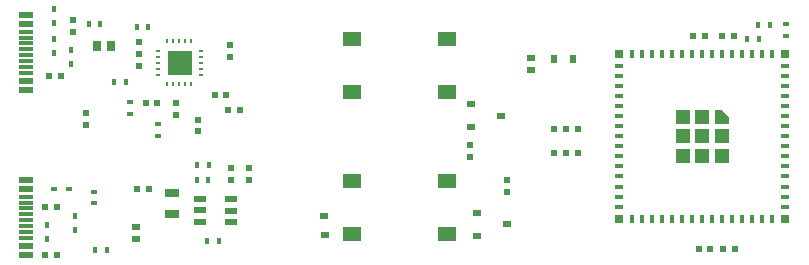
<source format=gtp>
G04*
G04 #@! TF.GenerationSoftware,Altium Limited,Altium Designer,24.7.2 (38)*
G04*
G04 Layer_Color=8421504*
%FSLAX25Y25*%
%MOIN*%
G70*
G04*
G04 #@! TF.SameCoordinates,5553529B-7FC1-40E9-B1A8-37912BF81215*
G04*
G04*
G04 #@! TF.FilePolarity,Positive*
G04*
G01*
G75*
%ADD18R,0.02362X0.03150*%
%ADD19R,0.01968X0.02362*%
%ADD20R,0.02559X0.02165*%
%ADD21R,0.01575X0.03150*%
%ADD22R,0.03150X0.01575*%
%ADD23R,0.03150X0.03150*%
%ADD24R,0.04724X0.04724*%
%ADD25R,0.05906X0.04921*%
%ADD26R,0.01772X0.01968*%
%ADD27R,0.02362X0.01968*%
%ADD28R,0.04724X0.01181*%
%ADD29R,0.04724X0.02362*%
%ADD30R,0.01968X0.01772*%
%ADD31R,0.03150X0.02362*%
%ADD32R,0.01575X0.01890*%
%ADD33R,0.01575X0.00984*%
%ADD34R,0.00984X0.01575*%
%ADD35R,0.07874X0.07874*%
%ADD36R,0.02559X0.03347*%
%ADD37R,0.04331X0.02362*%
%ADD38R,0.05118X0.03150*%
%ADD39R,0.01890X0.01575*%
G36*
X258858Y56457D02*
Y54134D01*
X254134D01*
Y58858D01*
X256496D01*
X258858Y56457D01*
D02*
G37*
D18*
X200501Y75761D02*
D03*
X206800Y75800D02*
D03*
D19*
X208637Y44500D02*
D03*
X204700D02*
D03*
D03*
X200763D02*
D03*
X68437Y61200D02*
D03*
X64500D02*
D03*
X95800Y58700D02*
D03*
X91863D02*
D03*
X91400Y63800D02*
D03*
X87463D02*
D03*
X204700Y52400D02*
D03*
X200763D02*
D03*
X36237Y70100D02*
D03*
X32300D02*
D03*
X260537Y83400D02*
D03*
X256600D02*
D03*
X247000Y83600D02*
D03*
X250937D02*
D03*
X208600Y52400D02*
D03*
X204663D02*
D03*
X65500Y32500D02*
D03*
X61563D02*
D03*
X31100Y26300D02*
D03*
X35037D02*
D03*
X34937Y10500D02*
D03*
X31000D02*
D03*
X261037Y12300D02*
D03*
X257100D02*
D03*
X252737D02*
D03*
X248800D02*
D03*
D20*
X192900Y76200D02*
D03*
Y72263D02*
D03*
X61400Y15800D02*
D03*
Y19737D02*
D03*
D21*
X246654Y22441D02*
D03*
X226575Y77559D02*
D03*
X229921D02*
D03*
X233268D02*
D03*
X236614D02*
D03*
X239961D02*
D03*
X243307D02*
D03*
X246654D02*
D03*
X250000D02*
D03*
X253346D02*
D03*
X256693D02*
D03*
X260039D02*
D03*
X263386D02*
D03*
X266732D02*
D03*
X270079D02*
D03*
X273425D02*
D03*
X226575Y22441D02*
D03*
X229921D02*
D03*
X233268D02*
D03*
X236614D02*
D03*
X239961D02*
D03*
X243307D02*
D03*
X250000D02*
D03*
X256693D02*
D03*
X273425D02*
D03*
X263386D02*
D03*
X253346D02*
D03*
X260039D02*
D03*
X266732D02*
D03*
X270079D02*
D03*
D22*
X222441Y73425D02*
D03*
Y70079D02*
D03*
Y66732D02*
D03*
Y63386D02*
D03*
Y60039D02*
D03*
Y56693D02*
D03*
X277559Y73425D02*
D03*
Y70079D02*
D03*
Y66732D02*
D03*
Y63386D02*
D03*
Y60039D02*
D03*
Y56693D02*
D03*
X222441Y53347D02*
D03*
Y50000D02*
D03*
Y39961D02*
D03*
Y36614D02*
D03*
Y46654D02*
D03*
Y43307D02*
D03*
Y33268D02*
D03*
Y29921D02*
D03*
Y26575D02*
D03*
X277559Y53347D02*
D03*
Y50000D02*
D03*
Y46654D02*
D03*
Y43307D02*
D03*
Y39961D02*
D03*
Y36614D02*
D03*
Y33268D02*
D03*
Y29921D02*
D03*
Y26575D02*
D03*
D23*
X222441Y77559D02*
D03*
X277559D02*
D03*
X222441Y22441D02*
D03*
X277559D02*
D03*
D24*
X243504Y56496D02*
D03*
X250000D02*
D03*
X243504Y50000D02*
D03*
X250000D02*
D03*
X256496D02*
D03*
X243504Y43504D02*
D03*
X250000D02*
D03*
X256496D02*
D03*
D25*
X133346Y82500D02*
D03*
Y64784D02*
D03*
X165000Y82500D02*
D03*
Y64784D02*
D03*
X133346Y35217D02*
D03*
Y17500D02*
D03*
X165000Y35217D02*
D03*
Y17500D02*
D03*
D26*
X49400Y87300D02*
D03*
X45463D02*
D03*
X58000Y68100D02*
D03*
X54063D02*
D03*
X61500Y86500D02*
D03*
X65437D02*
D03*
X269037Y82500D02*
D03*
X265100D02*
D03*
X268563Y87100D02*
D03*
X272500D02*
D03*
X85500Y40500D02*
D03*
X81563D02*
D03*
X81500Y35500D02*
D03*
X85437D02*
D03*
X47600Y12100D02*
D03*
X51537D02*
D03*
X88937Y15000D02*
D03*
X85000D02*
D03*
D27*
X62200Y77463D02*
D03*
Y81400D02*
D03*
Y73463D02*
D03*
Y77400D02*
D03*
X172700Y43263D02*
D03*
Y47200D02*
D03*
X81800Y55600D02*
D03*
Y51663D02*
D03*
X40200Y84763D02*
D03*
Y88700D02*
D03*
X184900Y35337D02*
D03*
Y31400D02*
D03*
X92600Y76500D02*
D03*
Y80437D02*
D03*
X93000Y39437D02*
D03*
Y35500D02*
D03*
X99000Y39437D02*
D03*
Y35500D02*
D03*
X74500Y57263D02*
D03*
Y61200D02*
D03*
X44700Y53700D02*
D03*
Y57637D02*
D03*
D28*
X24744Y84882D02*
D03*
Y82913D02*
D03*
Y80945D02*
D03*
Y78976D02*
D03*
Y75039D02*
D03*
Y73071D02*
D03*
Y71102D02*
D03*
Y77008D02*
D03*
Y22008D02*
D03*
Y16102D02*
D03*
Y18071D02*
D03*
Y20039D02*
D03*
Y23976D02*
D03*
Y25945D02*
D03*
Y27913D02*
D03*
Y29882D02*
D03*
D29*
Y87441D02*
D03*
Y90591D02*
D03*
Y68543D02*
D03*
Y65394D02*
D03*
Y10394D02*
D03*
Y13543D02*
D03*
Y35591D02*
D03*
Y32441D02*
D03*
D30*
X277900Y83463D02*
D03*
Y87400D02*
D03*
X59200Y61500D02*
D03*
Y57563D02*
D03*
X47300Y27663D02*
D03*
Y31600D02*
D03*
X68692Y54208D02*
D03*
Y50271D02*
D03*
D31*
X184841Y20660D02*
D03*
X174900Y16920D02*
D03*
Y24400D02*
D03*
X172900Y60680D02*
D03*
Y53200D02*
D03*
X182841Y56940D02*
D03*
X124100Y23400D02*
D03*
X124139Y17101D02*
D03*
D32*
X33811Y77653D02*
D03*
Y82378D02*
D03*
Y87653D02*
D03*
Y92378D02*
D03*
X39500Y78924D02*
D03*
Y74200D02*
D03*
X40900Y23424D02*
D03*
Y18700D02*
D03*
X31700Y15700D02*
D03*
Y20424D02*
D03*
D33*
X82887Y76470D02*
D03*
Y74502D02*
D03*
X68516Y70565D02*
D03*
Y72533D02*
D03*
X82887Y78439D02*
D03*
X68516Y76470D02*
D03*
Y74502D02*
D03*
X82887Y70565D02*
D03*
Y72533D02*
D03*
X68516Y78439D02*
D03*
D34*
X75702Y81687D02*
D03*
X77670D02*
D03*
X71765D02*
D03*
X75702Y67317D02*
D03*
X73733D02*
D03*
Y81687D02*
D03*
X79639D02*
D03*
Y67317D02*
D03*
X77670D02*
D03*
X71765D02*
D03*
D35*
X75800Y74600D02*
D03*
D36*
X48376Y80200D02*
D03*
X53100D02*
D03*
D37*
X82500Y21500D02*
D03*
Y25339D02*
D03*
Y29079D02*
D03*
X92835Y21402D02*
D03*
Y25142D02*
D03*
Y28980D02*
D03*
D38*
X73409Y24114D02*
D03*
Y31201D02*
D03*
D39*
X34076Y32400D02*
D03*
X38800D02*
D03*
M02*

</source>
